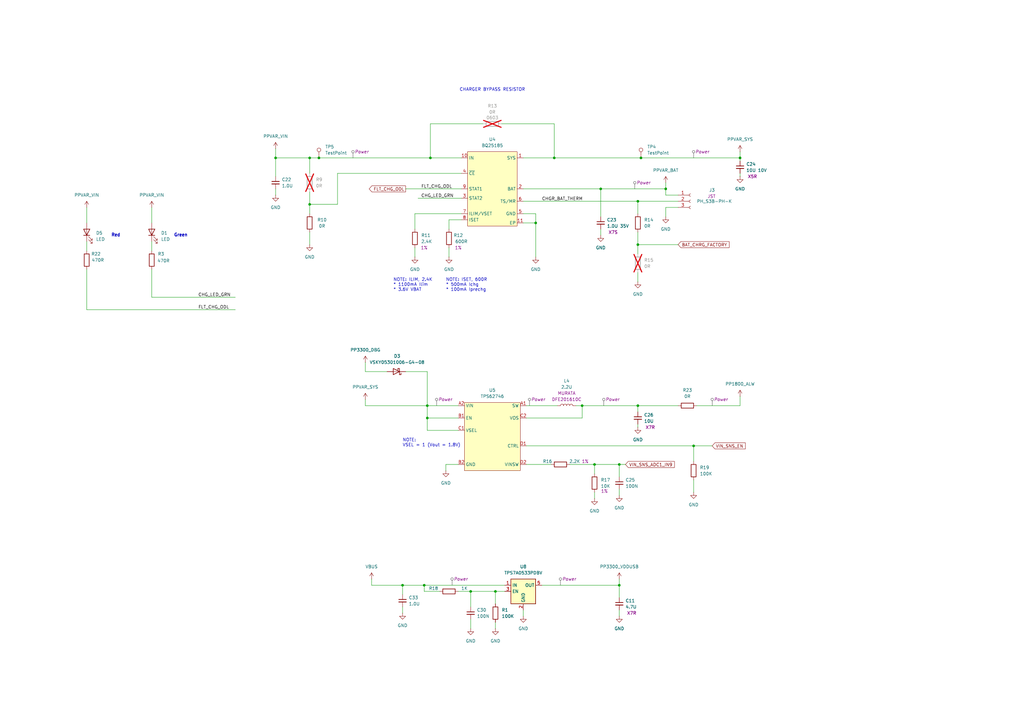
<source format=kicad_sch>
(kicad_sch (version 20231120) (generator "eeschema") (generator_version "8.0")
  (paper "A3")
  (title_block (title "stm32_bluet_pill") (date "2024-04-17") (rev "Proto V2") (company "Brendan Bleker") (comment 1 "Designed by:"))
  (lib_symbols
    (symbol "Connector:Conn_01x03_Socket" (pin_names (offset 1.016) hide)
      (property "Reference" "J" (at 0 5.08 0))
      (property "Value" "Conn_01x03_Socket" (at 0 -5.08 0))
      (symbol "Conn_01x03_Socket_1_1"
        (arc (start 0 -2.032) (mid -0.5058 -2.54) (end 0 -3.048) (stroke (width 0.1524)))
        (polyline (pts (xy -1.27 -2.54) (xy -0.508 -2.54)) (stroke (width 0.1524)))
        (polyline (pts (xy -1.27 0) (xy -0.508 0)) (stroke (width 0.1524)))
        (polyline (pts (xy -1.27 2.54) (xy -0.508 2.54)) (stroke (width 0.1524)))
        (arc (start 0 0.508) (mid -0.5058 0) (end 0 -0.508) (stroke (width 0.1524)))
        (arc (start 0 3.048) (mid -0.5058 2.54) (end 0 2.032) (stroke (width 0.1524)))
        (pin passive line (at -5.08 2.54 0) (length 3.81) (name "Pin_1") (number "1"))
        (pin passive line (at -5.08 0 0) (length 3.81) (name "Pin_2") (number "2"))
        (pin passive line (at -5.08 -2.54 0) (length 3.81) (name "Pin_3") (number "3"))
      )
    )
    (symbol "Connector:TestPoint" (pin_numbers hide) (pin_names (offset 0.762) hide)
      (property "Reference" "TP" (at 0 6.858 0))
      (property "Value" "TestPoint" (at 0 5.08 0))
      (symbol "TestPoint_0_1"
        (circle (center 0 3.302) (radius 0.762))
      )
      (symbol "TestPoint_1_1"
        (pin passive line (at 0 0 90) (length 2.54) (name "1") (number "1"))
      )
    )
    (symbol "Device:C_Small" (pin_numbers hide) (pin_names (offset 0.254) hide)
      (property "Reference" "C" (at 0.254 1.778 0))
      (property "Value" "C_Small" (at 0.254 -2.032 0))
      (symbol "C_Small_0_1"
        (polyline (pts (xy -1.524 -0.508) (xy 1.524 -0.508)) (stroke (width 0.3302)))
        (polyline (pts (xy -1.524 0.508) (xy 1.524 0.508)) (stroke (width 0.3048)))
      )
      (symbol "C_Small_1_1"
        (pin passive line (at 0 2.54 270) (length 2.032) (name "~") (number "1"))
        (pin passive line (at 0 -2.54 90) (length 2.032) (name "~") (number "2"))
      )
    )
    (symbol "Device:D_Schottky" (pin_numbers hide) (pin_names (offset 1.016) hide)
      (property "Reference" "D" (at 0 2.54 0))
      (property "Value" "D_Schottky" (at 0 -2.54 0))
      (symbol "D_Schottky_0_1"
        (polyline (pts (xy 1.27 0) (xy -1.27 0)))
        (polyline (pts (xy 1.27 1.27) (xy 1.27 -1.27) (xy -1.27 0) (xy 1.27 1.27)) (stroke (width 0.254)))
        (polyline (pts (xy -1.905 0.635) (xy -1.905 1.27) (xy -1.27 1.27) (xy -1.27 -1.27) (xy -0.635 -1.27) (xy -0.635 -0.635)) (stroke (width 0.254)))
      )
      (symbol "D_Schottky_1_1"
        (pin passive line (at -3.81 0 0) (length 2.54) (name "K") (number "1"))
        (pin passive line (at 3.81 0 180) (length 2.54) (name "A") (number "2"))
      )
    )
    (symbol "Device:L" (pin_numbers hide) (pin_names (offset 1.016) hide)
      (property "Reference" "L" (at -1.27 0 90))
      (property "Value" "L" (at 1.905 0 90))
      (symbol "L_0_1"
        (arc (start 0 -2.54) (mid 0.6323 -1.905) (end 0 -1.27))
        (arc (start 0 -1.27) (mid 0.6323 -0.635) (end 0 0))
        (arc (start 0 0) (mid 0.6323 0.635) (end 0 1.27))
        (arc (start 0 1.27) (mid 0.6323 1.905) (end 0 2.54))
      )
      (symbol "L_1_1"
        (pin passive line (at 0 3.81 270) (length 1.27) (name "1") (number "1"))
        (pin passive line (at 0 -3.81 90) (length 1.27) (name "2") (number "2"))
      )
    )
    (symbol "Device:LED" (pin_numbers hide) (pin_names (offset 1.016) hide)
      (property "Reference" "D" (at 0 2.54 0))
      (property "Value" "LED" (at 0 -2.54 0))
      (symbol "LED_0_1"
        (polyline (pts (xy -1.27 -1.27) (xy -1.27 1.27)) (stroke (width 0.254)))
        (polyline (pts (xy -1.27 0) (xy 1.27 0)))
        (polyline (pts (xy 1.27 -1.27) (xy 1.27 1.27) (xy -1.27 0) (xy 1.27 -1.27)) (stroke (width 0.254)))
        (polyline (pts (xy -3.048 -0.762) (xy -4.572 -2.286) (xy -3.81 -2.286) (xy -4.572 -2.286) (xy -4.572 -1.524)))
        (polyline (pts (xy -1.778 -0.762) (xy -3.302 -2.286) (xy -2.54 -2.286) (xy -3.302 -2.286) (xy -3.302 -1.524)))
      )
      (symbol "LED_1_1"
        (pin passive line (at -3.81 0 0) (length 2.54) (name "K") (number "1"))
        (pin passive line (at 3.81 0 180) (length 2.54) (name "A") (number "2"))
      )
    )
    (symbol "Device:R" (pin_numbers hide) (pin_names (offset 0))
      (property "Reference" "R" (at 2.032 0 90))
      (property "Value" "R" (at 0 0 90))
      (symbol "R_0_1"
        (rectangle (start -1.016 -2.54) (end 1.016 2.54) (stroke (width 0.254)))
      )
      (symbol "R_1_1"
        (pin passive line (at 0 3.81 270) (length 1.27) (name "~") (number "1"))
        (pin passive line (at 0 -3.81 90) (length 1.27) (name "~") (number "2"))
      )
    )
    (symbol "Regulator_Linear:TPS7A0533PDBV"
      (property "Reference" "U" (at -3.81 6.35 0))
      (property "Value" "TPS7A0533PDBV" (at 6.35 6.35 0))
      (symbol "TPS7A0533PDBV_0_1"
        (rectangle (start -5.08 -5.08) (end 5.08 5.08) (stroke (width 0.254)) (fill (type background)))
        (pin power_in line (at -7.62 2.54 0) (length 2.54) (name "IN") (number "1"))
        (pin power_in line (at 0 -7.62 90) (length 2.54) (name "GND") (number "2"))
        (pin input line (at -7.62 0 0) (length 2.54) (name "EN") (number "3"))
        (pin no_connect line (at 5.08 0 180) (length 2.54) hide (name "NC") (number "4"))
        (pin power_out line (at 7.62 2.54 180) (length 2.54) (name "OUT") (number "5"))
      )
    )
    (symbol "power:GND" (power) (pin_numbers hide) (pin_names (offset 0) hide)
      (property "Value" "GND" (at 0 -3.81 0))
      (symbol "GND_0_1"
        (polyline (pts (xy 0 0) (xy 0 -1.27) (xy 1.27 -1.27) (xy 0 -2.54) (xy -1.27 -1.27) (xy 0 -1.27)))
      )
      (symbol "GND_1_1"
        (pin power_in line (at 0 0 270) (length 0) (name "~") (number "1"))
      )
    )
    (symbol "power:VBUS" (power) (pin_numbers hide) (pin_names (offset 0) hide)
      (property "Value" "VBUS" (at 0 3.556 0))
      (symbol "VBUS_0_1"
        (polyline (pts (xy -0.762 1.27) (xy 0 2.54)))
        (polyline (pts (xy 0 0) (xy 0 2.54)))
        (polyline (pts (xy 0 2.54) (xy 0.762 1.27)))
      )
      (symbol "VBUS_1_1"
        (pin power_in line (at 0 0 90) (length 0) (name "~") (number "1"))
      )
    )
    (symbol "power:VCC" (power) (pin_numbers hide) (pin_names (offset 0) hide)
      (property "Value" "VCC" (at 0 3.556 0))
      (symbol "VCC_0_1"
        (polyline (pts (xy -0.762 1.27) (xy 0 2.54)))
        (polyline (pts (xy 0 0) (xy 0 2.54)))
        (polyline (pts (xy 0 2.54) (xy 0.762 1.27)))
      )
      (symbol "VCC_1_1"
        (pin power_in line (at 0 0 90) (length 0) (name "~") (number "1"))
      )
    )
    (symbol "power:VDD" (power) (pin_numbers hide) (pin_names (offset 0) hide)
      (property "Value" "VDD" (at 0 3.556 0))
      (symbol "VDD_0_1"
        (polyline (pts (xy -0.762 1.27) (xy 0 2.54)))
        (polyline (pts (xy 0 0) (xy 0 2.54)))
        (polyline (pts (xy 0 2.54) (xy 0.762 1.27)))
      )
      (symbol "VDD_1_1"
        (pin power_in line (at 0 0 90) (length 0) (name "~") (number "1"))
      )
    )
    (symbol "user_chargers:BQ25185"
      (property "Reference" "U4" (at 12.7 7.62 0))
      (property "Value" "BQ25185" (at 12.7 5.08 0))
      (symbol "BQ25185_0_0"
        (pin unspecified line (at 25.4 0 180) (length 2.54) (name "SYS") (number "1"))
        (pin unspecified line (at 0 0 0) (length 2.54) (name "IN") (number "10"))
        (pin unspecified line (at 25.4 -12.7 180) (length 2.54) (name "BAT") (number "2"))
        (pin unspecified line (at 0 -16.51 0) (length 2.54) (name "STAT2") (number "3"))
        (pin unspecified line (at 25.4 -22.86 180) (length 2.54) (name "GND") (number "5"))
        (pin unspecified line (at 25.4 -17.78 180) (length 2.54) (name "TS/MR") (number "6"))
        (pin unspecified line (at 0 -22.86 0) (length 2.54) (name "ILIM/VSET") (number "7"))
        (pin unspecified line (at 0 -25.4 0) (length 2.54) (name "ISET") (number "8"))
        (pin unspecified line (at 0 -12.7 0) (length 2.54) (name "STAT1") (number "9"))
      )
      (symbol "BQ25185_1_0"
        (pin unspecified line (at 0 -6.35 0) (length 2.54) (name "~{CE}") (number "4"))
      )
      (symbol "BQ25185_1_1"
        (rectangle (start 2.54 2.54) (end 22.86 -27.94) (fill (type background)))
        (pin input line (at 25.4 -26.67 180) (length 2.54) (name "EP") (number "11"))
      )
    )
    (symbol "user_regulator:TPS62746"
      (property "Reference" "U" (at 4.064 3.302 0))
      (property "Value" "TPS62746" (at 0 0 0))
      (symbol "TPS62746_0_0"
        (pin unspecified line (at 27.94 0 180) (length 2.54) (name "SW") (number "A1"))
        (pin unspecified line (at 0 0 0) (length 2.54) (name "VIN") (number "A2"))
        (pin unspecified line (at 0 -5.08 0) (length 2.54) (name "EN") (number "B1"))
        (pin unspecified line (at 0 -24.13 0) (length 2.54) (name "GND") (number "B2"))
        (pin unspecified line (at 0 -10.16 0) (length 2.54) (name "VSEL") (number "C1"))
        (pin unspecified line (at 27.94 -5.08 180) (length 2.54) (name "VOS") (number "C2"))
        (pin unspecified line (at 27.94 -16.51 180) (length 2.54) (name "CTRL") (number "D1"))
        (pin unspecified line (at 27.94 -24.13 180) (length 2.54) (name "VINSW") (number "D2"))
      )
      (symbol "TPS62746_1_1"
        (rectangle (start 2.54 1.27) (end 25.4 -26.67) (fill (type background)))
      )
    )
  )
  (junction (at 175.26 166.37))
  (junction (at 303.53 64.77))
  (junction (at 127 83.82))
  (junction (at 238.76 166.37))
  (junction (at 261.62 82.55))
  (junction (at 246.38 77.47))
  (junction (at 254 190.5))
  (junction (at 165.1 240.03))
  (junction (at 273.05 77.47))
  (junction (at 284.48 182.88))
  (junction (at 173.99 240.03))
  (junction (at 130.81 64.77))
  (junction (at 175.26 171.45))
  (junction (at 219.71 91.44))
  (junction (at 113.03 64.77))
  (junction (at 193.04 242.57))
  (junction (at 261.62 100.33))
  (junction (at 227.33 64.77))
  (junction (at 176.53 64.77))
  (junction (at 203.2 242.57))
  (junction (at 262.89 64.77))
  (junction (at 127 64.77))
  (junction (at 261.62 166.37))
  (junction (at 243.84 190.5))
  (junction (at 254 240.03))
  (wire (pts (xy 173.99 242.57) (xy 173.99 240.03)))
  (wire (pts (xy 284.48 182.88) (xy 284.48 189.23)))
  (wire (pts (xy 246.38 77.47) (xy 246.38 88.9)))
  (wire (pts (xy 182.88 190.5) (xy 182.88 193.04)))
  (wire (pts (xy 214.63 87.63) (xy 219.71 87.63)))
  (wire (pts (xy 187.96 242.57) (xy 193.04 242.57)))
  (wire (pts (xy 176.53 50.8) (xy 198.12 50.8)))
  (wire (pts (xy 273.05 80.01) (xy 278.13 80.01)))
  (wire (pts (xy 180.34 242.57) (xy 173.99 242.57)))
  (wire (pts (xy 261.62 100.33) (xy 278.13 100.33)))
  (wire (pts (xy 254 190.5) (xy 254 195.58)))
  (wire (pts (xy 152.4 240.03) (xy 152.4 237.49)))
  (wire (pts (xy 62.23 85.09) (xy 62.23 91.44)))
  (wire (pts (xy 273.05 85.09) (xy 273.05 88.9)))
  (wire (pts (xy 207.01 242.57) (xy 203.2 242.57)))
  (wire (pts (xy 214.63 91.44) (xy 219.71 91.44)))
  (wire (pts (xy 227.33 64.77) (xy 262.89 64.77)))
  (wire (pts (xy 205.74 50.8) (xy 227.33 50.8)))
  (wire (pts (xy 175.26 166.37) (xy 187.96 166.37)))
  (wire (pts (xy 175.26 176.53) (xy 175.26 171.45)))
  (wire (pts (xy 187.96 176.53) (xy 175.26 176.53)))
  (wire (pts (xy 219.71 91.44) (xy 219.71 105.41)))
  (wire (pts (xy 149.86 152.4) (xy 158.75 152.4)))
  (wire (pts (xy 261.62 82.55) (xy 261.62 87.63)))
  (wire (pts (xy 35.56 110.49) (xy 35.56 127)))
  (wire (pts (xy 165.1 248.92) (xy 165.1 251.46)))
  (wire (pts (xy 246.38 93.98) (xy 246.38 96.52)))
  (wire (pts (xy 273.05 80.01) (xy 273.05 77.47)))
  (wire (pts (xy 149.86 148.59) (xy 149.86 152.4)))
  (wire (pts (xy 193.04 242.57) (xy 203.2 242.57)))
  (wire (pts (xy 189.23 81.28) (xy 171.45 81.28)))
  (wire (pts (xy 238.76 166.37) (xy 261.62 166.37)))
  (wire (pts (xy 165.1 240.03) (xy 173.99 240.03)))
  (wire (pts (xy 284.48 196.85) (xy 284.48 201.93)))
  (wire (pts (xy 149.86 166.37) (xy 175.26 166.37)))
  (wire (pts (xy 62.23 99.06) (xy 62.23 102.87)))
  (wire (pts (xy 176.53 64.77) (xy 189.23 64.77)))
  (wire (pts (xy 170.18 87.63) (xy 170.18 93.98)))
  (wire (pts (xy 303.53 64.77) (xy 303.53 66.04)))
  (wire (pts (xy 184.15 90.17) (xy 184.15 93.98)))
  (wire (pts (xy 303.53 71.12) (xy 303.53 72.39)))
  (wire (pts (xy 203.2 255.27) (xy 203.2 257.81)))
  (wire (pts (xy 261.62 166.37) (xy 278.13 166.37)))
  (wire (pts (xy 184.15 101.6) (xy 184.15 105.41)))
  (wire (pts (xy 193.04 242.57) (xy 193.04 248.92)))
  (wire (pts (xy 215.9 171.45) (xy 238.76 171.45)))
  (wire (pts (xy 261.62 111.76) (xy 261.62 115.57)))
  (wire (pts (xy 243.84 201.93) (xy 243.84 204.47)))
  (wire (pts (xy 236.22 166.37) (xy 238.76 166.37)))
  (wire (pts (xy 166.37 152.4) (xy 175.26 152.4)))
  (wire (pts (xy 254 250.19) (xy 254 252.73)))
  (wire (pts (xy 187.96 171.45) (xy 175.26 171.45)))
  (wire (pts (xy 233.68 190.5) (xy 243.84 190.5)))
  (wire (pts (xy 113.03 77.47) (xy 113.03 80.01)))
  (wire (pts (xy 261.62 95.25) (xy 261.62 100.33)))
  (wire (pts (xy 214.63 82.55) (xy 261.62 82.55)))
  (wire (pts (xy 254 200.66) (xy 254 203.2)))
  (wire (pts (xy 214.63 250.19) (xy 214.63 252.73)))
  (wire (pts (xy 35.56 99.06) (xy 35.56 102.87)))
  (wire (pts (xy 262.89 64.77) (xy 303.53 64.77)))
  (wire (pts (xy 215.9 190.5) (xy 226.06 190.5)))
  (wire (pts (xy 261.62 100.33) (xy 261.62 104.14)))
  (wire (pts (xy 303.53 162.56) (xy 303.53 166.37)))
  (wire (pts (xy 219.71 87.63) (xy 219.71 91.44)))
  (wire (pts (xy 215.9 182.88) (xy 284.48 182.88)))
  (wire (pts (xy 127 95.25) (xy 127 100.33)))
  (wire (pts (xy 127 64.77) (xy 127 71.12)))
  (wire (pts (xy 176.53 64.77) (xy 176.53 50.8)))
  (wire (pts (xy 170.18 101.6) (xy 170.18 105.41)))
  (wire (pts (xy 227.33 50.8) (xy 227.33 64.77)))
  (wire (pts (xy 222.25 240.03) (xy 254 240.03)))
  (wire (pts (xy 303.53 62.23) (xy 303.53 64.77)))
  (wire (pts (xy 35.56 127) (xy 96.52 127)))
  (wire (pts (xy 130.81 64.77) (xy 176.53 64.77)))
  (wire (pts (xy 285.75 166.37) (xy 303.53 166.37)))
  (wire (pts (xy 127 64.77) (xy 130.81 64.77)))
  (wire (pts (xy 243.84 190.5) (xy 254 190.5)))
  (wire (pts (xy 127 83.82) (xy 138.43 83.82)))
  (wire (pts (xy 166.37 77.47) (xy 189.23 77.47)))
  (wire (pts (xy 175.26 166.37) (xy 175.26 171.45)))
  (wire (pts (xy 278.13 85.09) (xy 273.05 85.09)))
  (wire (pts (xy 175.26 152.4) (xy 175.26 166.37)))
  (wire (pts (xy 165.1 240.03) (xy 165.1 243.84)))
  (wire (pts (xy 189.23 90.17) (xy 184.15 90.17)))
  (wire (pts (xy 243.84 190.5) (xy 243.84 194.31)))
  (wire (pts (xy 261.62 173.99) (xy 261.62 175.26)))
  (wire (pts (xy 261.62 82.55) (xy 278.13 82.55)))
  (wire (pts (xy 113.03 64.77) (xy 113.03 72.39)))
  (wire (pts (xy 62.23 121.92) (xy 96.52 121.92)))
  (wire (pts (xy 215.9 166.37) (xy 228.6 166.37)))
  (wire (pts (xy 187.96 190.5) (xy 182.88 190.5)))
  (wire (pts (xy 284.48 182.88) (xy 292.1 182.88)))
  (wire (pts (xy 193.04 254) (xy 193.04 257.81)))
  (wire (pts (xy 261.62 166.37) (xy 261.62 168.91)))
  (wire (pts (xy 138.43 71.12) (xy 189.23 71.12)))
  (wire (pts (xy 62.23 110.49) (xy 62.23 121.92)))
  (wire (pts (xy 254 240.03) (xy 254 245.11)))
  (wire (pts (xy 149.86 163.83) (xy 149.86 166.37)))
  (wire (pts (xy 127 78.74) (xy 127 83.82)))
  (wire (pts (xy 152.4 240.03) (xy 165.1 240.03)))
  (wire (pts (xy 214.63 64.77) (xy 227.33 64.77)))
  (wire (pts (xy 173.99 240.03) (xy 207.01 240.03)))
  (wire (pts (xy 127 83.82) (xy 127 87.63)))
  (wire (pts (xy 113.03 64.77) (xy 127 64.77)))
  (wire (pts (xy 170.18 87.63) (xy 189.23 87.63)))
  (wire (pts (xy 35.56 85.09) (xy 35.56 91.44)))
  (wire (pts (xy 238.76 171.45) (xy 238.76 166.37)))
  (wire (pts (xy 273.05 74.93) (xy 273.05 77.47)))
  (wire (pts (xy 203.2 242.57) (xy 203.2 247.65)))
  (wire (pts (xy 254 190.5) (xy 256.54 190.5)))
  (wire (pts (xy 214.63 77.47) (xy 246.38 77.47)))
  (wire (pts (xy 254 237.49) (xy 254 240.03)))
  (wire (pts (xy 138.43 83.82) (xy 138.43 71.12)))
  (wire (pts (xy 113.03 60.96) (xy 113.03 64.77)))
  (wire (pts (xy 246.38 77.47) (xy 273.05 77.47)))
  (text "CHARGER BYPASS RESISTOR" (at 201.93 36.83 0) (effects (font (size 1.27 1.27))))
  (text "NOTE: ILIM, 2.4K \n* 1100mA Ilim\n* 3.6V VBAT" (at 161.29 116.84 0) (effects (font (size 1.27 1.27)) (justify left)))
  (text "NOTE:\nVSEL = 1 (Vout = 1.8V)" (at 165.1 181.61 0) (effects (font (size 1.27 1.27)) (justify left)))
  (text "Red" (at 47.498 96.52 0) (effects (font (size 1.27 1.27) (bold yes))))
  (text "NOTE: ISET, 600R \n* 500mA Ichg\n* 100mA Iprechg" (at 182.88 116.84 0) (effects (font (size 1.27 1.27)) (justify left)))
  (text "Green" (at 74.168 96.52 0) (effects (font (size 1.27 1.27) (bold yes))))
  (label "FLT_CHG_ODL" (at 81.28 127 0))
  (label "CHG_LED_GRN" (at 81.28 121.92 0))
  (label "CHGR_BAT_THERM" (at 222.25 82.55 0))
  (label "FLT_CHG_ODL" (at 172.72 77.47 0))
  (label "CHG_LED_GRN" (at 172.72 81.28 0))
  (global_label "FLT_CHG_ODL" (shape output) (at 166.37 77.47 180) (property "Intersheetrefs" "${INTERSHEET_REFS}" (at 150.368 77.47 0) (effects (justify right))))
  (global_label "VIN_SNS_ADC1_IN9" (shape input) (at 256.54 190.5 0) (property "Intersheetrefs" "${INTERSHEET_REFS}" (at 277.114 190.5 0) (effects (justify left))))
  (global_label "BAT_CHRG_FACTORY" (shape input) (at 278.13 100.33 0) (property "Intersheetrefs" "${INTERSHEET_REFS}" (at 299.72 100.33 0) (effects (justify left))))
  (global_label "VIN_SNS_EN" (shape input) (at 292.1 182.88 0) (property "Intersheetrefs" "${INTERSHEET_REFS}" (at 306.2733 182.88 0) (effects (justify left))))
  (netclass_flag "" (length 2.54) (shape round) (at 247.65 166.37 0) (property "Netclass" "Power" (at 248.3485 163.83 0) (effects (font (italic yes)) (justify left))))
  (netclass_flag "" (length 2.54) (shape round) (at 292.1 166.37 0) (property "Netclass" "Power" (at 292.7985 163.83 0) (effects (font (italic yes)) (justify left))))
  (netclass_flag "" (length 2.54) (shape round) (at 260.35 77.47 0) (property "Netclass" "Power" (at 261.0485 74.93 0) (effects (font (italic yes)) (justify left))))
  (netclass_flag "" (length 2.54) (shape round) (at 144.78 64.77 0) (property "Netclass" "Power" (at 145.4785 62.23 0) (effects (font (italic yes)) (justify left))))
  (netclass_flag "" (length 2.54) (shape round) (at 217.17 166.37 0) (property "Netclass" "Power" (at 217.8685 163.83 0) (effects (font (italic yes)) (justify left))))
  (netclass_flag "" (length 2.54) (shape round) (at 185.42 240.03 0) (property "Netclass" "Power" (at 186.1185 237.49 0) (effects (font (italic yes)) (justify left))))
  (netclass_flag "" (length 2.54) (shape round) (at 229.87 240.03 0) (property "Netclass" "Power" (at 230.5685 237.49 0) (effects (font (italic yes)) (justify left))))
  (netclass_flag "" (length 2.54) (shape round) (at 284.48 64.77 0) (property "Netclass" "Power" (at 285.1785 62.23 0) (effects (font (italic yes)) (justify left))))
  (netclass_flag "" (length 2.54) (shape round) (at 179.07 166.37 0) (property "Netclass" "Power" (at 179.7685 163.83 0) (effects (font (italic yes)) (justify left))))
  (symbol (lib_id "power:VBUS") (at 149.86 163.83 0) (unit 1)
    (property "Reference" "#PWR049" (effects (hide yes)))
    (property "Value" "PPVAR_SYS" (at 149.86 158.75 0))
    (property "Description" "Power symbol creates a global label with name \"VBUS\"" (effects (hide yes)))
  )
  (symbol (lib_id "Device:C_Small") (at 246.38 91.44 0) (unit 1)
    (property "Reference" "C23" (at 248.92 90.1762 0) (effects (justify left)))
    (property "Value" "1.0U 35V" (at 248.92 92.7162 0) (effects (justify left)))
    (property "Footprint" "Capacitor_SMD:C_0402_1005Metric" (effects (hide yes)))
    (property "Description" "Unpolarized capacitor, small symbol" (effects (hide yes)))
    (property "MFR" "TDK" (effects (hide yes)))
    (property "MFR_PN" "C1005JB1V105K050BC" (effects (hide yes)))
    (property "TEMPCO" "X7S" (at 251.46 95.25 0))
  )
  (symbol (lib_id "Regulator_Linear:TPS7A0533PDBV") (at 214.63 242.57 0) (unit 1)
    (property "Reference" "U8" (at 214.63 232.41 0))
    (property "Value" "TPS7A0533PDBV" (at 214.63 234.95 0))
    (property "Footprint" "Package_TO_SOT_SMD:SOT-23-5" (effects (hide yes)))
    (property "Datasheet" "https://www.ti.com/lit/ds/symlink/tps7a05.pdf" (effects (hide yes)))
    (property "Description" "200-mA Ultra-Low-Iq LDO, 3.3V, SOT-23-5" (effects (hide yes)))
  )
  (symbol (lib_id "Device:R") (at 229.87 190.5 90) (unit 1)
    (property "Reference" "R16" (at 224.536 189.23 90))
    (property "Value" "2.2K" (at 235.712 189.23 90))
    (property "Footprint" "Resistor_SMD:R_0201_0603Metric" (effects (hide yes)))
    (property "Description" "Resistor" (effects (hide yes)))
    (property "Tol" "1%" (at 240.03 189.23 90))
  )
  (symbol (lib_id "power:VDD") (at 254 237.49 0) (unit 1)
    (property "Reference" "#PWR071" (effects (hide yes)))
    (property "Value" "PP3300_VDDUSB" (at 254 232.41 0))
    (property "Description" "Power symbol creates a global label with name \"VDD\"" (effects (hide yes)))
  )
  (symbol (lib_id "power:GND") (at 165.1 251.46 0) (unit 1)
    (property "Reference" "#PWR073" (effects (hide yes)))
    (property "Value" "GND" (at 165.1 256.54 0))
    (property "Description" "Power symbol creates a global label with name \"GND\" , ground" (effects (hide yes)))
  )
  (symbol (lib_id "power:GND") (at 193.04 257.81 0) (unit 1)
    (property "Reference" "#PWR025" (effects (hide yes)))
    (property "Value" "GND" (at 193.04 262.89 0))
    (property "Description" "Power symbol creates a global label with name \"GND\" , ground" (effects (hide yes)))
  )
  (symbol (lib_id "Device:R") (at 284.48 193.04 0) (unit 1)
    (property "Reference" "R19" (at 287.02 191.7699 0) (effects (justify left)))
    (property "Value" "100K" (at 287.02 194.3099 0) (effects (justify left)))
    (property "Footprint" "Resistor_SMD:R_0201_0603Metric" (effects (hide yes)))
    (property "Description" "Resistor" (effects (hide yes)))
  )
  (symbol (lib_id "power:GND") (at 184.15 105.41 0) (unit 1)
    (property "Reference" "#PWR041" (effects (hide yes)))
    (property "Value" "GND" (at 184.15 110.49 0))
    (property "Description" "Power symbol creates a global label with name \"GND\" , ground" (effects (hide yes)))
  )
  (symbol (lib_id "power:GND") (at 254 203.2 0) (unit 1)
    (property "Reference" "#PWR052" (effects (hide yes)))
    (property "Value" "GND" (at 254 208.28 0))
    (property "Description" "Power symbol creates a global label with name \"GND\" , ground" (effects (hide yes)))
  )
  (symbol (lib_id "Device:R") (at 243.84 198.12 0) (unit 1)
    (property "Reference" "R17" (at 246.38 196.8499 0) (effects (justify left)))
    (property "Value" "10K" (at 246.38 199.3899 0) (effects (justify left)))
    (property "Footprint" "Resistor_SMD:R_0201_0603Metric" (effects (hide yes)))
    (property "Description" "Resistor" (effects (hide yes)))
    (property "Tol" "1%" (at 247.904 201.422 0))
  )
  (symbol (lib_id "Device:R") (at 35.56 106.68 180) (unit 1)
    (property "Reference" "R22" (at 39.37 104.14 0))
    (property "Value" "470R" (at 40.132 106.68 0))
    (property "Footprint" "Resistor_SMD:R_0201_0603Metric" (effects (hide yes)))
    (property "Description" "Resistor" (effects (hide yes)))
  )
  (symbol (lib_id "Device:D_Schottky") (at 162.56 152.4 180) (unit 1)
    (property "Reference" "D3" (at 162.8775 146.05 0))
    (property "Value" "VSKY05301006-G4-08" (at 162.8775 148.59 0))
    (property "Footprint" "Diode_SMD:D_0402_1005Metric" (effects (hide yes)))
    (property "Description" "Schottky diode" (effects (hide yes)))
    (property "Sim.Device" "D" (effects (hide yes)))
    (property "Sim.Pins" "1=K 2=A" (effects (hide yes)))
  )
  (symbol (lib_id "power:GND") (at 219.71 105.41 0) (unit 1)
    (property "Reference" "#PWR042" (effects (hide yes)))
    (property "Value" "GND" (at 219.71 110.49 0))
    (property "Description" "Power symbol creates a global label with name \"GND\" , ground" (effects (hide yes)))
  )
  (symbol (lib_id "power:VBUS") (at 62.23 85.09 0) (unit 1)
    (property "Reference" "#PWR0301" (effects (hide yes)))
    (property "Value" "PPVAR_VIN" (at 62.23 80.01 0))
    (property "Description" "Power symbol creates a global label with name \"VBUS\"" (effects (hide yes)))
  )
  (symbol (lib_id "Device:C_Small") (at 254 247.65 0) (unit 1)
    (property "Reference" "C11" (at 256.54 246.3862 0) (effects (justify left)))
    (property "Value" "4.7U" (at 256.54 248.9262 0) (effects (justify left)))
    (property "Footprint" "Capacitor_SMD:C_0402_1005Metric" (effects (hide yes)))
    (property "Description" "Unpolarized capacitor, small symbol" (effects (hide yes)))
    (property "MFG" "MURATA" (effects (hide yes)))
    (property "MFG_PN" "GRM155R60J106ME11" (effects (hide yes)))
    (property "DIELECTRIC" "X7R" (at 259.08 251.46 0))
  )
  (symbol (lib_id "power:VBUS") (at 113.03 60.96 0) (unit 1)
    (property "Reference" "#PWR037" (effects (hide yes)))
    (property "Value" "PPVAR_VIN" (at 113.03 55.88 0))
    (property "Description" "Power symbol creates a global label with name \"VBUS\"" (effects (hide yes)))
  )
  (symbol (lib_id "power:VBUS") (at 35.56 85.09 0) (unit 1)
    (property "Reference" "#PWR0302" (effects (hide yes)))
    (property "Value" "PPVAR_VIN" (at 35.56 80.01 0))
    (property "Description" "Power symbol creates a global label with name \"VBUS\"" (effects (hide yes)))
  )
  (symbol (lib_id "power:VCC") (at 149.86 148.59 0) (unit 1)
    (property "Reference" "#PWR048" (effects (hide yes)))
    (property "Value" "PP3300_DBG" (at 149.86 143.51 0))
    (property "Description" "Power symbol creates a global label with name \"VCC\"" (effects (hide yes)))
  )
  (symbol (lib_id "power:GND") (at 214.63 252.73 0) (unit 1)
    (property "Reference" "#PWR085" (effects (hide yes)))
    (property "Value" "GND" (at 214.63 257.81 0))
    (property "Description" "Power symbol creates a global label with name \"GND\" , ground" (effects (hide yes)))
  )
  (symbol (lib_id "Device:R") (at 203.2 251.46 0) (unit 1)
    (property "Reference" "R1" (at 205.74 250.1899 0) (effects (justify left)))
    (property "Value" "100K" (at 205.74 252.7299 0) (effects (justify left)))
    (property "Footprint" "Resistor_SMD:R_0201_0603Metric" (effects (hide yes)))
    (property "Description" "Resistor" (effects (hide yes)))
  )
  (symbol (lib_id "power:GND") (at 246.38 96.52 0) (unit 1)
    (property "Reference" "#PWR043" (effects (hide yes)))
    (property "Value" "GND" (at 246.38 101.6 0))
    (property "Description" "Power symbol creates a global label with name \"GND\" , ground" (effects (hide yes)))
  )
  (symbol (lib_id "power:VCC") (at 303.53 162.56 0) (unit 1)
    (property "Reference" "#PWR054" (effects (hide yes)))
    (property "Value" "PP1800_ALW" (at 303.53 157.48 0))
    (property "Description" "Power symbol creates a global label with name \"VCC\"" (effects (hide yes)))
    (instances (project "stm32_bluet_pill" (path "" (reference "#PWR054") (unit 1))) (project "LoRA-Meshtastic" (path "" (reference "#PWR08") (unit 1))))
  )
  (symbol (lib_id "Device:C_Small") (at 113.03 74.93 0) (unit 1)
    (property "Reference" "C22" (at 115.57 73.6662 0) (effects (justify left)))
    (property "Value" "1.0U" (at 115.57 76.2062 0) (effects (justify left)))
    (property "Footprint" "Capacitor_SMD:C_0402_1005Metric" (effects (hide yes)))
    (property "Description" "Unpolarized capacitor, small symbol" (effects (hide yes)))
  )
  (symbol (lib_id "user_chargers:BQ25185") (at 189.23 64.77 0) (unit 1)
    (property "Reference" "U4" (at 201.93 57.15 0))
    (property "Value" "BQ25185" (at 201.93 59.69 0))
    (property "Footprint" "user_wson:Texas_DLH_WSON-10" (effects (hide yes)))
    (property "Datasheet" "https://www.ti.com/lit/ds/symlink/bq25185.pdf?ts=1709530829257&ref_url=https%253A%252F%252Fwww.ti.com%252Fproduct%252FBQ25185" (effects (hide yes)))
    (property "Description" "1-Cell, 1-A Standalone Linear Battery Charger with Power Path, Factory Mode, and Battery Tracking VINDPM" (effects (hide yes)))
  )
  (symbol (lib_id "Device:R") (at 281.94 166.37 270) (unit 1)
    (property "Reference" "R23" (at 281.94 160.02 90))
    (property "Value" "0R" (at 281.94 162.56 90))
    (property "Footprint" "Resistor_SMD:R_0402_1005Metric" (effects (hide yes)))
    (property "Description" "Resistor" (effects (hide yes)))
  )
  (symbol (lib_id "Device:C_Small") (at 254 198.12 0) (unit 1)
    (property "Reference" "C25" (at 256.54 196.8562 0) (effects (justify left)))
    (property "Value" "100N" (at 256.54 199.3962 0) (effects (justify left)))
    (property "Footprint" "Capacitor_SMD:C_0201_0603Metric" (effects (hide yes)))
    (property "Description" "Unpolarized capacitor, small symbol" (effects (hide yes)))
  )
  (symbol (lib_id "Device:R") (at 184.15 242.57 90) (unit 1)
    (property "Reference" "R18" (at 177.8 241.3 90))
    (property "Value" "1K" (at 190.5 241.3 90))
    (property "Footprint" "Resistor_SMD:R_0201_0603Metric" (effects (hide yes)))
    (property "Description" "Resistor" (effects (hide yes)))
  )
  (symbol (lib_id "Device:R") (at 127 74.93 180) (unit 1) (dnp yes)
    (property "Reference" "R9" (at 129.54 73.6599 0) (effects (justify right)))
    (property "Value" "0R" (at 129.54 76.1999 0) (effects (justify right)))
    (property "Footprint" "Resistor_SMD:R_0201_0603Metric" (effects (hide yes)))
    (property "Description" "Resistor" (effects (hide yes)))
  )
  (symbol (lib_id "Device:C_Small") (at 261.62 171.45 0) (unit 1)
    (property "Reference" "C26" (at 264.16 170.1862 0) (effects (justify left)))
    (property "Value" "10U" (at 264.16 172.7262 0) (effects (justify left)))
    (property "Footprint" "Capacitor_SMD:C_0402_1005Metric" (effects (hide yes)))
    (property "Description" "Unpolarized capacitor, small symbol" (effects (hide yes)))
    (property "MFG" "MURATA" (effects (hide yes)))
    (property "MFG_PN" "GRM155R60J106ME11" (effects (hide yes)))
    (property "DIELECTRIC" "X7R" (at 266.7 175.26 0))
  )
  (symbol (lib_id "power:GND") (at 182.88 193.04 0) (unit 1)
    (property "Reference" "#PWR050" (effects (hide yes)))
    (property "Value" "GND" (at 182.88 198.12 0))
    (property "Description" "Power symbol creates a global label with name \"GND\" , ground" (effects (hide yes)))
    (instances (project "stm32_bluet_pill" (path "" (reference "#PWR050") (unit 1))) (project "LoRA-Meshtastic" (path "" (reference "#PWR025") (unit 1))))
  )
  (symbol (lib_id "power:GND") (at 261.62 115.57 0) (unit 1)
    (property "Reference" "#PWR044" (effects (hide yes)))
    (property "Value" "GND" (at 261.62 120.65 0))
    (property "Description" "Power symbol creates a global label with name \"GND\" , ground" (effects (hide yes)))
  )
  (symbol (lib_id "Device:R") (at 62.23 106.68 180) (unit 1)
    (property "Reference" "R3" (at 66.04 104.14 0))
    (property "Value" "470R" (at 67.056 106.934 0))
    (property "Footprint" "Resistor_SMD:R_0201_0603Metric" (effects (hide yes)))
    (property "Description" "Resistor" (effects (hide yes)))
  )
  (symbol (lib_id "Device:LED") (at 35.56 95.25 90) (unit 1)
    (property "Reference" "D5" (at 39.37 95.5674 90) (effects (justify right)))
    (property "Value" "LED" (at 39.37 98.1074 90) (effects (justify right)))
    (property "Footprint" "Diode_SMD:D_0402_1005Metric" (effects (hide yes)))
    (property "Description" "Light emitting diode" (effects (hide yes)))
  )
  (symbol (lib_id "power:VBUS") (at 152.4 237.49 0) (unit 1)
    (property "Reference" "#PWR026" (effects (hide yes)))
    (property "Value" "VBUS" (at 152.4 232.41 0))
    (property "Description" "Power symbol creates a global label with name \"VBUS\"" (effects (hide yes)))
  )
  (symbol (lib_id "power:GND") (at 254 252.73 0) (unit 1)
    (property "Reference" "#PWR072" (effects (hide yes)))
    (property "Value" "GND" (at 254 257.81 0))
    (property "Description" "Power symbol creates a global label with name \"GND\" , ground" (effects (hide yes)))
  )
  (symbol (lib_id "power:GND") (at 273.05 88.9 0) (unit 1)
    (property "Reference" "#PWR045" (effects (hide yes)))
    (property "Value" "GND" (at 273.05 93.98 0))
    (property "Description" "Power symbol creates a global label with name \"GND\" , ground" (effects (hide yes)))
  )
  (symbol (lib_id "Connector:TestPoint") (at 130.81 64.77 0) (unit 1) (in_bom no)
    (property "Reference" "TP5" (at 133.35 60.1979 0) (effects (justify left)))
    (property "Value" "TestPoint" (at 133.35 62.7379 0) (effects (justify left)))
    (property "Footprint" "TestPoint:TestPoint_Pad_D1.0mm" (effects (hide yes)))
    (property "Description" "test point" (effects (hide yes)))
  )
  (symbol (lib_id "Device:C_Small") (at 193.04 251.46 0) (unit 1)
    (property "Reference" "C30" (at 195.58 250.1962 0) (effects (justify left)))
    (property "Value" "100N" (at 195.58 252.7362 0) (effects (justify left)))
    (property "Footprint" "Capacitor_SMD:C_0201_0603Metric" (effects (hide yes)))
    (property "Description" "Unpolarized capacitor, small symbol" (effects (hide yes)))
  )
  (symbol (lib_id "Device:R") (at 201.93 50.8 270) (unit 1) (dnp yes)
    (property "Reference" "R13" (at 201.93 43.434 90))
    (property "Value" "0R" (at 201.93 45.974 90))
    (property "Footprint" "Resistor_SMD:R_0603_1608Metric" (effects (hide yes)))
    (property "Description" "Resistor" (effects (hide yes)))
    (property "PackType" "0603" (at 201.93 48.26 90))
  )
  (symbol (lib_id "power:VCC") (at 273.05 74.93 0) (unit 1)
    (property "Reference" "#PWR046" (effects (hide yes)))
    (property "Value" "PPVAR_BAT" (at 273.05 69.85 0))
    (property "Description" "Power symbol creates a global label with name \"VCC\"" (effects (hide yes)))
  )
  (symbol (lib_id "Device:L") (at 232.41 166.37 90) (unit 1)
    (property "Reference" "L4" (at 232.41 156.21 90))
    (property "Value" "2.2U" (at 232.41 158.75 90))
    (property "Footprint" "Inductor_SMD:L_Murata_DFE201610P" (effects (hide yes)))
    (property "Description" "Inductor" (effects (hide yes)))
    (property "MFG_PN" "DFE201610C" (at 232.41 163.83 90))
    (property "MFG" "MURATA" (at 232.41 161.29 90))
    (instances (project "stm32_bluet_pill" (path "" (reference "L4") (unit 1))) (project "LoRA-Meshtastic" (path "" (reference "L2") (unit 1))))
  )
  (symbol (lib_id "power:GND") (at 127 100.33 0) (unit 1)
    (property "Reference" "#PWR039" (effects (hide yes)))
    (property "Value" "GND" (at 127 105.41 0))
    (property "Description" "Power symbol creates a global label with name \"GND\" , ground" (effects (hide yes)))
  )
  (symbol (lib_id "Device:R") (at 127 91.44 0) (unit 1)
    (property "Reference" "R10" (at 132.08 90.17 0))
    (property "Value" "0R" (at 132.08 92.71 0))
    (property "Footprint" "Resistor_SMD:R_0201_0603Metric" (effects (hide yes)))
    (property "Description" "Resistor" (effects (hide yes)))
  )
  (symbol (lib_id "power:GND") (at 170.18 105.41 0) (unit 1)
    (property "Reference" "#PWR040" (effects (hide yes)))
    (property "Value" "GND" (at 170.18 110.49 0))
    (property "Description" "Power symbol creates a global label with name \"GND\" , ground" (effects (hide yes)))
  )
  (symbol (lib_id "Device:R") (at 184.15 97.79 0) (unit 1)
    (property "Reference" "R12" (at 187.96 96.52 0))
    (property "Value" "600R" (at 189.23 99.06 0))
    (property "Footprint" "Resistor_SMD:R_0201_0603Metric" (effects (hide yes)))
    (property "Description" "Resistor" (effects (hide yes)))
    (property "TOL" "1%" (at 187.96 101.6 0))
  )
  (symbol (lib_id "Device:R") (at 261.62 91.44 180) (unit 1)
    (property "Reference" "R14" (at 264.16 90.1699 0) (effects (justify right)))
    (property "Value" "0R" (at 264.16 92.7099 0) (effects (justify right)))
    (property "Footprint" "Resistor_SMD:R_0201_0603Metric" (effects (hide yes)))
    (property "Description" "Resistor" (effects (hide yes)))
  )
  (symbol (lib_id "power:GND") (at 243.84 204.47 0) (unit 1)
    (property "Reference" "#PWR051" (effects (hide yes)))
    (property "Value" "GND" (at 243.84 209.55 0))
    (property "Description" "Power symbol creates a global label with name \"GND\" , ground" (effects (hide yes)))
  )
  (symbol (lib_id "Device:LED") (at 62.23 95.25 90) (unit 1)
    (property "Reference" "D1" (at 66.04 95.5674 90) (effects (justify right)))
    (property "Value" "LED" (at 66.04 98.1074 90) (effects (justify right)))
    (property "Footprint" "Diode_SMD:D_0402_1005Metric" (effects (hide yes)))
    (property "Description" "Light emitting diode" (effects (hide yes)))
  )
  (symbol (lib_id "Connector:Conn_01x03_Socket") (at 283.21 82.55 0) (unit 1)
    (property "Reference" "J3" (at 290.83 77.978 0) (effects (justify left)))
    (property "Value" "PH_S3B-PH-K" (at 285.75 82.55 0) (effects (justify left)))
    (property "Footprint" "Connector_JST:JST_PH_S3B-PH-K_1x03_P2.00mm_Horizontal" (effects (hide yes)))
    (property "Datasheet" "https://www.jst-mfg.com/product/pdf/eng/eZH.pdf" (effects (hide yes)))
    (property "Description" "Generic connector, single row, 01x03, script generated" (effects (hide yes)))
    (property "MFG" "JST" (at 291.846 80.518 0))
    (property "MFG_PN" "PH_S3B-PH-K" (effects (hide yes)))
  )
  (symbol (lib_id "power:GND") (at 303.53 72.39 0) (unit 1)
    (property "Reference" "#PWR047" (effects (hide yes)))
    (property "Value" "GND" (at 303.53 77.47 0))
    (property "Description" "Power symbol creates a global label with name \"GND\" , ground" (effects (hide yes)))
  )
  (symbol (lib_id "user_regulator:TPS62746") (at 187.96 166.37 0) (unit 1)
    (property "Reference" "U5" (at 201.93 160.02 0))
    (property "Value" "TPS62746" (at 201.93 162.56 0))
    (property "Footprint" "Package_BGA:Texas_DSBGA-8_0.705x1.468mm_Layout2x4_P0.4mm" (effects (hide yes)))
    (property "Datasheet" "https://www.ti.com/lit/ds/symlink/tps62746.pdf?ts=1709244779633&ref_url=https%253A%252F%252Fwww.ti.com%252Fproduct%252FTPS62746" (effects (hide yes)))
    (property "Description" "TPS62746 300/400 mA High Efficiency Buck Converter with Ultra-low Quiescent Current and VIN Switch" (effects (hide yes)))
    (instances (project "stm32_bluet_pill" (path "" (reference "U5") (unit 1))) (project "LoRA-Meshtastic" (path "" (reference "U6") (unit 1))))
  )
  (symbol (lib_id "Device:C_Small") (at 165.1 246.38 0) (unit 1)
    (property "Reference" "C33" (at 167.64 245.1162 0) (effects (justify left)))
    (property "Value" "1.0U" (at 167.64 247.6562 0) (effects (justify left)))
    (property "Footprint" "Capacitor_SMD:C_0402_1005Metric" (effects (hide yes)))
    (property "Description" "Unpolarized capacitor, small symbol" (effects (hide yes)))
  )
  (symbol (lib_id "power:GND") (at 261.62 175.26 0) (unit 1)
    (property "Reference" "#PWR055" (effects (hide yes)))
    (property "Value" "GND" (at 261.62 180.34 0))
    (property "Description" "Power symbol creates a global label with name \"GND\" , ground" (effects (hide yes)))
  )
  (symbol (lib_id "Device:R") (at 170.18 97.79 180) (unit 1)
    (property "Reference" "R11" (at 172.72 96.5199 0) (effects (justify right)))
    (property "Value" "2.4K" (at 172.72 99.0599 0) (effects (justify right)))
    (property "Footprint" "Resistor_SMD:R_0201_0603Metric" (effects (hide yes)))
    (property "Description" "Resistor" (effects (hide yes)))
    (property "TOL" "1%" (at 173.99 101.6 0))
  )
  (symbol (lib_id "Device:C_Small") (at 303.53 68.58 0) (unit 1)
    (property "Reference" "C24" (at 306.07 67.3162 0) (effects (justify left)))
    (property "Value" "10U 10V" (at 306.07 69.8562 0) (effects (justify left)))
    (property "Footprint" "Capacitor_SMD:C_0402_1005Metric" (effects (hide yes)))
    (property "Description" "Unpolarized capacitor, small symbol" (effects (hide yes)))
    (property "MFR" "Samsung" (effects (hide yes)))
    (property "MFR_PN" "CL05A106MP8NUB8" (effects (hide yes)))
    (property "TEMPCO" "X5R" (at 308.61 72.39 0))
  )
  (symbol (lib_id "power:GND") (at 284.48 201.93 0) (unit 1)
    (property "Reference" "#PWR053" (effects (hide yes)))
    (property "Value" "GND" (at 284.48 207.01 0))
    (property "Description" "Power symbol creates a global label with name \"GND\" , ground" (effects (hide yes)))
  )
  (symbol (lib_id "Device:R") (at 261.62 107.95 180) (unit 1) (dnp yes)
    (property "Reference" "R15" (at 264.16 106.6799 0) (effects (justify right)))
    (property "Value" "0R" (at 264.16 109.2199 0) (effects (justify right)))
    (property "Footprint" "Resistor_SMD:R_0201_0603Metric" (effects (hide yes)))
    (property "Description" "Resistor" (effects (hide yes)))
  )
  (symbol (lib_id "power:GND") (at 203.2 257.81 0) (unit 1)
    (property "Reference" "#PWR074" (effects (hide yes)))
    (property "Value" "GND" (at 203.2 262.89 0))
    (property "Description" "Power symbol creates a global label with name \"GND\" , ground" (effects (hide yes)))
  )
  (symbol (lib_id "Connector:TestPoint") (at 262.89 64.77 0) (unit 1) (in_bom no)
    (property "Reference" "TP4" (at 265.43 60.1979 0) (effects (justify left)))
    (property "Value" "TestPoint" (at 265.43 62.7379 0) (effects (justify left)))
    (property "Footprint" "TestPoint:TestPoint_Pad_D1.0mm" (effects (hide yes)))
    (property "Description" "test point" (effects (hide yes)))
  )
  (symbol (lib_id "power:VBUS") (at 303.53 62.23 0) (unit 1)
    (property "Reference" "#PWR027" (effects (hide yes)))
    (property "Value" "PPVAR_SYS" (at 303.53 57.15 0))
    (property "Description" "Power symbol creates a global label with name \"VBUS\"" (effects (hide yes)))
  )
  (symbol (lib_id "power:GND") (at 113.03 80.01 0) (unit 1)
    (property "Reference" "#PWR038" (effects (hide yes)))
    (property "Value" "GND" (at 113.03 85.09 0))
    (property "Description" "Power symbol creates a global label with name \"GND\" , ground" (effects (hide yes)))
  )
)
</source>
